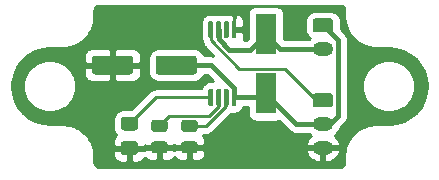
<source format=gtl>
G04 #@! TF.GenerationSoftware,KiCad,Pcbnew,(5.1.10)-1*
G04 #@! TF.CreationDate,2021-10-26T19:42:31+01:00*
G04 #@! TF.ProjectId,drv120_solenoid_driver,64727631-3230-45f7-936f-6c656e6f6964,rev?*
G04 #@! TF.SameCoordinates,Original*
G04 #@! TF.FileFunction,Copper,L1,Top*
G04 #@! TF.FilePolarity,Positive*
%FSLAX46Y46*%
G04 Gerber Fmt 4.6, Leading zero omitted, Abs format (unit mm)*
G04 Created by KiCad (PCBNEW (5.1.10)-1) date 2021-10-26 19:42:31*
%MOMM*%
%LPD*%
G01*
G04 APERTURE LIST*
G04 #@! TA.AperFunction,ComponentPad*
%ADD10O,1.750000X1.200000*%
G04 #@! TD*
G04 #@! TA.AperFunction,SMDPad,CuDef*
%ADD11R,1.800000X3.500000*%
G04 #@! TD*
G04 #@! TA.AperFunction,Conductor*
%ADD12C,0.250000*%
G04 #@! TD*
G04 #@! TA.AperFunction,Conductor*
%ADD13C,0.400000*%
G04 #@! TD*
G04 #@! TA.AperFunction,Conductor*
%ADD14C,0.254000*%
G04 #@! TD*
G04 #@! TA.AperFunction,Conductor*
%ADD15C,0.100000*%
G04 #@! TD*
G04 APERTURE END LIST*
G04 #@! TA.AperFunction,ComponentPad*
G36*
G01*
X160537999Y-105381500D02*
X161788001Y-105381500D01*
G75*
G02*
X162038000Y-105631499I0J-249999D01*
G01*
X162038000Y-106331501D01*
G75*
G02*
X161788001Y-106581500I-249999J0D01*
G01*
X160537999Y-106581500D01*
G75*
G02*
X160288000Y-106331501I0J249999D01*
G01*
X160288000Y-105631499D01*
G75*
G02*
X160537999Y-105381500I249999J0D01*
G01*
G37*
G04 #@! TD.AperFunction*
D10*
X161163000Y-107981500D03*
G04 #@! TA.AperFunction,ComponentPad*
G36*
G01*
X160537999Y-111731500D02*
X161788001Y-111731500D01*
G75*
G02*
X162038000Y-111981499I0J-249999D01*
G01*
X162038000Y-112681501D01*
G75*
G02*
X161788001Y-112931500I-249999J0D01*
G01*
X160537999Y-112931500D01*
G75*
G02*
X160288000Y-112681501I0J249999D01*
G01*
X160288000Y-111981499D01*
G75*
G02*
X160537999Y-111731500I249999J0D01*
G01*
G37*
G04 #@! TD.AperFunction*
X161163000Y-114331500D03*
X161163000Y-116331500D03*
G04 #@! TA.AperFunction,SMDPad,CuDef*
G36*
G01*
X151779000Y-107095000D02*
X151579000Y-107095000D01*
G75*
G02*
X151479000Y-106995000I0J100000D01*
G01*
X151479000Y-105720000D01*
G75*
G02*
X151579000Y-105620000I100000J0D01*
G01*
X151779000Y-105620000D01*
G75*
G02*
X151879000Y-105720000I0J-100000D01*
G01*
X151879000Y-106995000D01*
G75*
G02*
X151779000Y-107095000I-100000J0D01*
G01*
G37*
G04 #@! TD.AperFunction*
G04 #@! TA.AperFunction,SMDPad,CuDef*
G36*
G01*
X152429000Y-107095000D02*
X152229000Y-107095000D01*
G75*
G02*
X152129000Y-106995000I0J100000D01*
G01*
X152129000Y-105720000D01*
G75*
G02*
X152229000Y-105620000I100000J0D01*
G01*
X152429000Y-105620000D01*
G75*
G02*
X152529000Y-105720000I0J-100000D01*
G01*
X152529000Y-106995000D01*
G75*
G02*
X152429000Y-107095000I-100000J0D01*
G01*
G37*
G04 #@! TD.AperFunction*
G04 #@! TA.AperFunction,SMDPad,CuDef*
G36*
G01*
X153079000Y-107095000D02*
X152879000Y-107095000D01*
G75*
G02*
X152779000Y-106995000I0J100000D01*
G01*
X152779000Y-105720000D01*
G75*
G02*
X152879000Y-105620000I100000J0D01*
G01*
X153079000Y-105620000D01*
G75*
G02*
X153179000Y-105720000I0J-100000D01*
G01*
X153179000Y-106995000D01*
G75*
G02*
X153079000Y-107095000I-100000J0D01*
G01*
G37*
G04 #@! TD.AperFunction*
G04 #@! TA.AperFunction,SMDPad,CuDef*
G36*
G01*
X153729000Y-107095000D02*
X153529000Y-107095000D01*
G75*
G02*
X153429000Y-106995000I0J100000D01*
G01*
X153429000Y-105720000D01*
G75*
G02*
X153529000Y-105620000I100000J0D01*
G01*
X153729000Y-105620000D01*
G75*
G02*
X153829000Y-105720000I0J-100000D01*
G01*
X153829000Y-106995000D01*
G75*
G02*
X153729000Y-107095000I-100000J0D01*
G01*
G37*
G04 #@! TD.AperFunction*
G04 #@! TA.AperFunction,SMDPad,CuDef*
G36*
G01*
X153729000Y-112820000D02*
X153529000Y-112820000D01*
G75*
G02*
X153429000Y-112720000I0J100000D01*
G01*
X153429000Y-111445000D01*
G75*
G02*
X153529000Y-111345000I100000J0D01*
G01*
X153729000Y-111345000D01*
G75*
G02*
X153829000Y-111445000I0J-100000D01*
G01*
X153829000Y-112720000D01*
G75*
G02*
X153729000Y-112820000I-100000J0D01*
G01*
G37*
G04 #@! TD.AperFunction*
G04 #@! TA.AperFunction,SMDPad,CuDef*
G36*
G01*
X153079000Y-112820000D02*
X152879000Y-112820000D01*
G75*
G02*
X152779000Y-112720000I0J100000D01*
G01*
X152779000Y-111445000D01*
G75*
G02*
X152879000Y-111345000I100000J0D01*
G01*
X153079000Y-111345000D01*
G75*
G02*
X153179000Y-111445000I0J-100000D01*
G01*
X153179000Y-112720000D01*
G75*
G02*
X153079000Y-112820000I-100000J0D01*
G01*
G37*
G04 #@! TD.AperFunction*
G04 #@! TA.AperFunction,SMDPad,CuDef*
G36*
G01*
X152429000Y-112820000D02*
X152229000Y-112820000D01*
G75*
G02*
X152129000Y-112720000I0J100000D01*
G01*
X152129000Y-111445000D01*
G75*
G02*
X152229000Y-111345000I100000J0D01*
G01*
X152429000Y-111345000D01*
G75*
G02*
X152529000Y-111445000I0J-100000D01*
G01*
X152529000Y-112720000D01*
G75*
G02*
X152429000Y-112820000I-100000J0D01*
G01*
G37*
G04 #@! TD.AperFunction*
G04 #@! TA.AperFunction,SMDPad,CuDef*
G36*
G01*
X151779000Y-112820000D02*
X151579000Y-112820000D01*
G75*
G02*
X151479000Y-112720000I0J100000D01*
G01*
X151479000Y-111445000D01*
G75*
G02*
X151579000Y-111345000I100000J0D01*
G01*
X151779000Y-111345000D01*
G75*
G02*
X151879000Y-111445000I0J-100000D01*
G01*
X151879000Y-112720000D01*
G75*
G02*
X151779000Y-112820000I-100000J0D01*
G01*
G37*
G04 #@! TD.AperFunction*
D11*
X156337000Y-111743500D03*
X156337000Y-106743500D03*
G04 #@! TA.AperFunction,SMDPad,CuDef*
G36*
G01*
X150500000Y-108797000D02*
X150500000Y-109897000D01*
G75*
G02*
X150250000Y-110147000I-250000J0D01*
G01*
X147250000Y-110147000D01*
G75*
G02*
X147000000Y-109897000I0J250000D01*
G01*
X147000000Y-108797000D01*
G75*
G02*
X147250000Y-108547000I250000J0D01*
G01*
X150250000Y-108547000D01*
G75*
G02*
X150500000Y-108797000I0J-250000D01*
G01*
G37*
G04 #@! TD.AperFunction*
G04 #@! TA.AperFunction,SMDPad,CuDef*
G36*
G01*
X145100000Y-108797000D02*
X145100000Y-109897000D01*
G75*
G02*
X144850000Y-110147000I-250000J0D01*
G01*
X141850000Y-110147000D01*
G75*
G02*
X141600000Y-109897000I0J250000D01*
G01*
X141600000Y-108797000D01*
G75*
G02*
X141850000Y-108547000I250000J0D01*
G01*
X144850000Y-108547000D01*
G75*
G02*
X145100000Y-108797000I0J-250000D01*
G01*
G37*
G04 #@! TD.AperFunction*
G04 #@! TA.AperFunction,SMDPad,CuDef*
G36*
G01*
X146869998Y-113978000D02*
X147770002Y-113978000D01*
G75*
G02*
X148020000Y-114227998I0J-249998D01*
G01*
X148020000Y-114753002D01*
G75*
G02*
X147770002Y-115003000I-249998J0D01*
G01*
X146869998Y-115003000D01*
G75*
G02*
X146620000Y-114753002I0J249998D01*
G01*
X146620000Y-114227998D01*
G75*
G02*
X146869998Y-113978000I249998J0D01*
G01*
G37*
G04 #@! TD.AperFunction*
G04 #@! TA.AperFunction,SMDPad,CuDef*
G36*
G01*
X146869998Y-115803000D02*
X147770002Y-115803000D01*
G75*
G02*
X148020000Y-116052998I0J-249998D01*
G01*
X148020000Y-116578002D01*
G75*
G02*
X147770002Y-116828000I-249998J0D01*
G01*
X146869998Y-116828000D01*
G75*
G02*
X146620000Y-116578002I0J249998D01*
G01*
X146620000Y-116052998D01*
G75*
G02*
X146869998Y-115803000I249998J0D01*
G01*
G37*
G04 #@! TD.AperFunction*
G04 #@! TA.AperFunction,SMDPad,CuDef*
G36*
G01*
X149409998Y-115803000D02*
X150310002Y-115803000D01*
G75*
G02*
X150560000Y-116052998I0J-249998D01*
G01*
X150560000Y-116578002D01*
G75*
G02*
X150310002Y-116828000I-249998J0D01*
G01*
X149409998Y-116828000D01*
G75*
G02*
X149160000Y-116578002I0J249998D01*
G01*
X149160000Y-116052998D01*
G75*
G02*
X149409998Y-115803000I249998J0D01*
G01*
G37*
G04 #@! TD.AperFunction*
G04 #@! TA.AperFunction,SMDPad,CuDef*
G36*
G01*
X149409998Y-113978000D02*
X150310002Y-113978000D01*
G75*
G02*
X150560000Y-114227998I0J-249998D01*
G01*
X150560000Y-114753002D01*
G75*
G02*
X150310002Y-115003000I-249998J0D01*
G01*
X149409998Y-115003000D01*
G75*
G02*
X149160000Y-114753002I0J249998D01*
G01*
X149160000Y-114227998D01*
G75*
G02*
X149409998Y-113978000I249998J0D01*
G01*
G37*
G04 #@! TD.AperFunction*
G04 #@! TA.AperFunction,SMDPad,CuDef*
G36*
G01*
X144305000Y-113712500D02*
X145255000Y-113712500D01*
G75*
G02*
X145505000Y-113962500I0J-250000D01*
G01*
X145505000Y-114637500D01*
G75*
G02*
X145255000Y-114887500I-250000J0D01*
G01*
X144305000Y-114887500D01*
G75*
G02*
X144055000Y-114637500I0J250000D01*
G01*
X144055000Y-113962500D01*
G75*
G02*
X144305000Y-113712500I250000J0D01*
G01*
G37*
G04 #@! TD.AperFunction*
G04 #@! TA.AperFunction,SMDPad,CuDef*
G36*
G01*
X144305000Y-115787500D02*
X145255000Y-115787500D01*
G75*
G02*
X145505000Y-116037500I0J-250000D01*
G01*
X145505000Y-116712500D01*
G75*
G02*
X145255000Y-116962500I-250000J0D01*
G01*
X144305000Y-116962500D01*
G75*
G02*
X144055000Y-116712500I0J250000D01*
G01*
X144055000Y-116037500D01*
G75*
G02*
X144305000Y-115787500I250000J0D01*
G01*
G37*
G04 #@! TD.AperFunction*
D12*
X146997500Y-112082500D02*
X144780000Y-114300000D01*
X146997500Y-112082500D02*
X151679000Y-112082500D01*
X150003500Y-116459000D02*
X149860000Y-116315500D01*
X149876000Y-116331500D02*
X149860000Y-116315500D01*
X161163000Y-116331500D02*
X149876000Y-116331500D01*
X149860000Y-116315500D02*
X147320000Y-116315500D01*
X144839500Y-116315500D02*
X144780000Y-116375000D01*
X147320000Y-116315500D02*
X144839500Y-116315500D01*
X153629000Y-106357500D02*
X153629000Y-104797500D01*
X153629000Y-104797500D02*
X153606500Y-104775000D01*
X153606500Y-104775000D02*
X145224500Y-104775000D01*
X143350000Y-106649500D02*
X143350000Y-109347000D01*
X145224500Y-104775000D02*
X143350000Y-106649500D01*
X143350000Y-116194500D02*
X143530500Y-116375000D01*
X143350000Y-109347000D02*
X143350000Y-116194500D01*
X144780000Y-116375000D02*
X143530500Y-116375000D01*
D13*
X153629000Y-111287876D02*
X153629000Y-112082500D01*
X151688124Y-109347000D02*
X153629000Y-111287876D01*
X148750000Y-109347000D02*
X151688124Y-109347000D01*
X155998000Y-112082500D02*
X156337000Y-111743500D01*
X153629000Y-112082500D02*
X155998000Y-112082500D01*
X156337000Y-111743500D02*
X156337000Y-111760000D01*
X158908500Y-114331500D02*
X161163000Y-114331500D01*
X156337000Y-111760000D02*
X158908500Y-114331500D01*
X161163000Y-114331500D02*
X161766500Y-114331500D01*
X162438010Y-107256510D02*
X161163000Y-105981500D01*
X162438010Y-113659990D02*
X162438010Y-107256510D01*
X161766500Y-114331500D02*
X162438010Y-113659990D01*
D12*
X157067000Y-106013500D02*
X156337000Y-106743500D01*
D13*
X157575000Y-107981500D02*
X156337000Y-106743500D01*
X161163000Y-107981500D02*
X157575000Y-107981500D01*
X152329000Y-107152124D02*
X153253876Y-108077000D01*
X152329000Y-106357500D02*
X152329000Y-107152124D01*
X155003500Y-108077000D02*
X156337000Y-106743500D01*
X153253876Y-108077000D02*
X155003500Y-108077000D01*
D12*
X154102899Y-109668499D02*
X157928499Y-109668499D01*
X151679000Y-107244600D02*
X154102899Y-109668499D01*
X151679000Y-106357500D02*
X151679000Y-107244600D01*
X160591500Y-112331500D02*
X161163000Y-112331500D01*
X157928499Y-109668499D02*
X160591500Y-112331500D01*
X148157510Y-113652990D02*
X147320000Y-114490500D01*
X150482990Y-113652990D02*
X148157510Y-113652990D01*
X152329000Y-112820000D02*
X151496010Y-113652990D01*
X151496010Y-113652990D02*
X150482990Y-113652990D01*
X152329000Y-112082500D02*
X152329000Y-112820000D01*
X152979000Y-112820000D02*
X152979000Y-112082500D01*
X151308500Y-114490500D02*
X152979000Y-112820000D01*
X149860000Y-114490500D02*
X151308500Y-114490500D01*
D14*
X162712496Y-104314101D02*
X162773676Y-104332572D01*
X162830105Y-104362575D01*
X162879618Y-104402958D01*
X162920356Y-104452201D01*
X162950751Y-104508416D01*
X162969647Y-104569461D01*
X162979500Y-104663199D01*
X162979500Y-105251919D01*
X162982354Y-105280897D01*
X162982266Y-105293503D01*
X162983165Y-105302674D01*
X163024618Y-105697077D01*
X163036648Y-105755683D01*
X163047855Y-105814435D01*
X163050519Y-105823257D01*
X163167790Y-106202099D01*
X163190974Y-106257250D01*
X163213380Y-106312708D01*
X163217706Y-106320845D01*
X163406328Y-106669693D01*
X163439783Y-106719292D01*
X163472532Y-106769338D01*
X163478355Y-106776477D01*
X163478358Y-106776481D01*
X163478362Y-106776485D01*
X163731144Y-107082047D01*
X163773561Y-107124169D01*
X163815443Y-107166938D01*
X163822544Y-107172811D01*
X164129869Y-107423460D01*
X164179678Y-107456552D01*
X164229050Y-107490359D01*
X164237156Y-107494741D01*
X164587313Y-107680923D01*
X164642605Y-107703712D01*
X164697601Y-107727284D01*
X164706405Y-107730009D01*
X165086056Y-107844632D01*
X165144750Y-107856254D01*
X165203247Y-107868688D01*
X165212411Y-107869651D01*
X165607096Y-107908350D01*
X165607098Y-107908350D01*
X165639081Y-107911500D01*
X166718721Y-107911500D01*
X167374556Y-107975805D01*
X167974365Y-108156898D01*
X168527569Y-108451042D01*
X169013112Y-108847041D01*
X169412489Y-109329805D01*
X169710489Y-109880944D01*
X169895766Y-110479476D01*
X169961257Y-111102584D01*
X169904471Y-111726559D01*
X169727571Y-112327614D01*
X169437295Y-112882860D01*
X169044695Y-113371155D01*
X168564734Y-113773891D01*
X168015686Y-114075732D01*
X167418466Y-114265182D01*
X166765885Y-114338380D01*
X166748676Y-114338500D01*
X165639081Y-114338500D01*
X165610103Y-114341354D01*
X165597497Y-114341266D01*
X165588326Y-114342166D01*
X165193922Y-114383618D01*
X165135329Y-114395645D01*
X165076565Y-114406855D01*
X165067743Y-114409519D01*
X164688901Y-114526790D01*
X164633750Y-114549974D01*
X164578292Y-114572380D01*
X164570155Y-114576706D01*
X164221307Y-114765328D01*
X164171708Y-114798783D01*
X164121662Y-114831532D01*
X164114521Y-114837356D01*
X163808953Y-115090144D01*
X163766815Y-115132577D01*
X163724062Y-115174443D01*
X163718194Y-115181538D01*
X163718189Y-115181543D01*
X163718185Y-115181548D01*
X163467541Y-115488869D01*
X163434459Y-115538662D01*
X163400641Y-115588051D01*
X163396259Y-115596157D01*
X163210077Y-115946313D01*
X163187276Y-116001633D01*
X163163716Y-116056601D01*
X163160991Y-116065405D01*
X163046368Y-116445056D01*
X163034749Y-116503736D01*
X163022312Y-116562246D01*
X163021349Y-116571411D01*
X162982650Y-116966095D01*
X162979500Y-116998081D01*
X162979500Y-117582421D01*
X162970099Y-117678299D01*
X162951627Y-117739478D01*
X162921627Y-117795901D01*
X162881241Y-117845419D01*
X162831998Y-117886157D01*
X162775784Y-117916551D01*
X162714740Y-117935447D01*
X162621001Y-117945300D01*
X142183379Y-117945300D01*
X142087501Y-117935899D01*
X142026322Y-117917427D01*
X141969899Y-117887427D01*
X141920381Y-117847041D01*
X141879643Y-117797798D01*
X141849249Y-117741584D01*
X141830353Y-117680540D01*
X141820500Y-117586801D01*
X141820500Y-116998081D01*
X141817646Y-116969103D01*
X141817692Y-116962500D01*
X143416928Y-116962500D01*
X143429188Y-117086982D01*
X143465498Y-117206680D01*
X143524463Y-117316994D01*
X143603815Y-117413685D01*
X143700506Y-117493037D01*
X143810820Y-117552002D01*
X143930518Y-117588312D01*
X144055000Y-117600572D01*
X144494250Y-117597500D01*
X144653000Y-117438750D01*
X144653000Y-116502000D01*
X144907000Y-116502000D01*
X144907000Y-117438750D01*
X145065750Y-117597500D01*
X145505000Y-117600572D01*
X145629482Y-117588312D01*
X145749180Y-117552002D01*
X145859494Y-117493037D01*
X145956185Y-117413685D01*
X146035537Y-117316994D01*
X146094502Y-117206680D01*
X146098499Y-117193504D01*
X146168815Y-117279185D01*
X146265506Y-117358537D01*
X146375820Y-117417502D01*
X146495518Y-117453812D01*
X146620000Y-117466072D01*
X147034250Y-117463000D01*
X147193000Y-117304250D01*
X147193000Y-116442500D01*
X147447000Y-116442500D01*
X147447000Y-117304250D01*
X147605750Y-117463000D01*
X148020000Y-117466072D01*
X148144482Y-117453812D01*
X148264180Y-117417502D01*
X148374494Y-117358537D01*
X148471185Y-117279185D01*
X148550537Y-117182494D01*
X148590000Y-117108665D01*
X148629463Y-117182494D01*
X148708815Y-117279185D01*
X148805506Y-117358537D01*
X148915820Y-117417502D01*
X149035518Y-117453812D01*
X149160000Y-117466072D01*
X149574250Y-117463000D01*
X149733000Y-117304250D01*
X149733000Y-116442500D01*
X149987000Y-116442500D01*
X149987000Y-117304250D01*
X150145750Y-117463000D01*
X150560000Y-117466072D01*
X150684482Y-117453812D01*
X150804180Y-117417502D01*
X150914494Y-117358537D01*
X151011185Y-117279185D01*
X151090537Y-117182494D01*
X151149502Y-117072180D01*
X151185812Y-116952482D01*
X151198072Y-116828000D01*
X151195649Y-116649109D01*
X159694538Y-116649109D01*
X159698409Y-116686782D01*
X159790579Y-116912033D01*
X159924922Y-117114974D01*
X160096275Y-117287807D01*
X160298054Y-117423890D01*
X160522504Y-117517993D01*
X160761000Y-117566500D01*
X161036000Y-117566500D01*
X161036000Y-116458500D01*
X161290000Y-116458500D01*
X161290000Y-117566500D01*
X161565000Y-117566500D01*
X161803496Y-117517993D01*
X162027946Y-117423890D01*
X162229725Y-117287807D01*
X162401078Y-117114974D01*
X162535421Y-116912033D01*
X162627591Y-116686782D01*
X162631462Y-116649109D01*
X162506731Y-116458500D01*
X161290000Y-116458500D01*
X161036000Y-116458500D01*
X159819269Y-116458500D01*
X159694538Y-116649109D01*
X151195649Y-116649109D01*
X151195000Y-116601250D01*
X151036250Y-116442500D01*
X149987000Y-116442500D01*
X149733000Y-116442500D01*
X148683750Y-116442500D01*
X148590000Y-116536250D01*
X148496250Y-116442500D01*
X147447000Y-116442500D01*
X147193000Y-116442500D01*
X146143750Y-116442500D01*
X146032750Y-116553500D01*
X145981250Y-116502000D01*
X144907000Y-116502000D01*
X144653000Y-116502000D01*
X143578750Y-116502000D01*
X143420000Y-116660750D01*
X143416928Y-116962500D01*
X141817692Y-116962500D01*
X141817734Y-116956497D01*
X141816834Y-116947326D01*
X141775382Y-116552922D01*
X141763355Y-116494329D01*
X141752145Y-116435565D01*
X141749481Y-116426743D01*
X141632210Y-116047901D01*
X141609026Y-115992750D01*
X141586620Y-115937292D01*
X141582294Y-115929155D01*
X141393672Y-115580307D01*
X141360217Y-115530708D01*
X141327468Y-115480662D01*
X141321644Y-115473521D01*
X141068856Y-115167953D01*
X141026423Y-115125815D01*
X140984557Y-115083062D01*
X140977462Y-115077194D01*
X140977457Y-115077189D01*
X140977452Y-115077185D01*
X140670131Y-114826541D01*
X140620338Y-114793459D01*
X140570949Y-114759641D01*
X140562843Y-114755259D01*
X140212687Y-114569077D01*
X140157367Y-114546276D01*
X140102399Y-114522716D01*
X140093599Y-114519992D01*
X140093593Y-114519990D01*
X139713944Y-114405368D01*
X139655264Y-114393749D01*
X139596754Y-114381312D01*
X139587589Y-114380349D01*
X139192905Y-114341650D01*
X139192902Y-114341650D01*
X139160919Y-114338500D01*
X138081279Y-114338500D01*
X137425443Y-114274195D01*
X136825636Y-114093102D01*
X136580010Y-113962500D01*
X143416928Y-113962500D01*
X143416928Y-114637500D01*
X143433992Y-114810754D01*
X143484528Y-114977350D01*
X143566595Y-115130886D01*
X143677038Y-115265462D01*
X143683594Y-115270842D01*
X143603815Y-115336315D01*
X143524463Y-115433006D01*
X143465498Y-115543320D01*
X143429188Y-115663018D01*
X143416928Y-115787500D01*
X143420000Y-116089250D01*
X143578750Y-116248000D01*
X144653000Y-116248000D01*
X144653000Y-116228000D01*
X144907000Y-116228000D01*
X144907000Y-116248000D01*
X145981250Y-116248000D01*
X146092250Y-116137000D01*
X146143750Y-116188500D01*
X147193000Y-116188500D01*
X147193000Y-116168500D01*
X147447000Y-116168500D01*
X147447000Y-116188500D01*
X148496250Y-116188500D01*
X148590000Y-116094750D01*
X148683750Y-116188500D01*
X149733000Y-116188500D01*
X149733000Y-116168500D01*
X149987000Y-116168500D01*
X149987000Y-116188500D01*
X151036250Y-116188500D01*
X151195000Y-116029750D01*
X151198072Y-115803000D01*
X151185812Y-115678518D01*
X151149502Y-115558820D01*
X151090537Y-115448506D01*
X151011185Y-115351815D01*
X150981724Y-115327637D01*
X151045030Y-115250500D01*
X151271178Y-115250500D01*
X151308500Y-115254176D01*
X151345822Y-115250500D01*
X151345833Y-115250500D01*
X151457486Y-115239503D01*
X151600747Y-115196046D01*
X151732776Y-115125474D01*
X151848501Y-115030501D01*
X151872304Y-115001497D01*
X153425886Y-113447916D01*
X153529000Y-113458072D01*
X153729000Y-113458072D01*
X153872991Y-113443890D01*
X154011448Y-113401890D01*
X154139051Y-113333684D01*
X154250896Y-113241896D01*
X154342684Y-113130051D01*
X154410890Y-113002448D01*
X154436658Y-112917500D01*
X154798928Y-112917500D01*
X154798928Y-113493500D01*
X154811188Y-113617982D01*
X154847498Y-113737680D01*
X154906463Y-113847994D01*
X154985815Y-113944685D01*
X155082506Y-114024037D01*
X155192820Y-114083002D01*
X155312518Y-114119312D01*
X155437000Y-114131572D01*
X157237000Y-114131572D01*
X157361482Y-114119312D01*
X157479610Y-114083478D01*
X158289059Y-114892927D01*
X158315209Y-114924791D01*
X158428924Y-115018114D01*
X158442354Y-115029136D01*
X158587413Y-115106672D01*
X158744811Y-115154418D01*
X158908499Y-115170540D01*
X158949518Y-115166500D01*
X159975618Y-115166500D01*
X160010498Y-115209002D01*
X160160348Y-115331981D01*
X160096275Y-115375193D01*
X159924922Y-115548026D01*
X159790579Y-115750967D01*
X159698409Y-115976218D01*
X159694538Y-116013891D01*
X159819269Y-116204500D01*
X161036000Y-116204500D01*
X161036000Y-116184500D01*
X161290000Y-116184500D01*
X161290000Y-116204500D01*
X162506731Y-116204500D01*
X162631462Y-116013891D01*
X162627591Y-115976218D01*
X162535421Y-115750967D01*
X162401078Y-115548026D01*
X162229725Y-115375193D01*
X162165652Y-115331981D01*
X162315502Y-115209002D01*
X162469833Y-115020949D01*
X162584511Y-114806401D01*
X162633299Y-114645569D01*
X162999443Y-114279426D01*
X163031301Y-114253281D01*
X163076461Y-114198254D01*
X163101444Y-114167811D01*
X163135646Y-114126136D01*
X163213182Y-113981077D01*
X163260928Y-113823679D01*
X163273010Y-113701009D01*
X163273010Y-113701008D01*
X163277050Y-113659990D01*
X163273010Y-113618972D01*
X163273010Y-110904872D01*
X164516000Y-110904872D01*
X164516000Y-111345128D01*
X164601890Y-111776925D01*
X164770369Y-112183669D01*
X165014962Y-112549729D01*
X165326271Y-112861038D01*
X165692331Y-113105631D01*
X166099075Y-113274110D01*
X166530872Y-113360000D01*
X166971128Y-113360000D01*
X167402925Y-113274110D01*
X167809669Y-113105631D01*
X168175729Y-112861038D01*
X168487038Y-112549729D01*
X168731631Y-112183669D01*
X168900110Y-111776925D01*
X168986000Y-111345128D01*
X168986000Y-110904872D01*
X168900110Y-110473075D01*
X168731631Y-110066331D01*
X168487038Y-109700271D01*
X168175729Y-109388962D01*
X167809669Y-109144369D01*
X167402925Y-108975890D01*
X166971128Y-108890000D01*
X166530872Y-108890000D01*
X166099075Y-108975890D01*
X165692331Y-109144369D01*
X165326271Y-109388962D01*
X165014962Y-109700271D01*
X164770369Y-110066331D01*
X164601890Y-110473075D01*
X164516000Y-110904872D01*
X163273010Y-110904872D01*
X163273010Y-107297517D01*
X163277049Y-107256509D01*
X163273010Y-107215501D01*
X163273010Y-107215491D01*
X163260928Y-107092821D01*
X163213182Y-106935423D01*
X163135646Y-106790364D01*
X163031301Y-106663219D01*
X162999436Y-106637068D01*
X162676072Y-106313704D01*
X162676072Y-105631499D01*
X162659008Y-105458245D01*
X162608472Y-105291649D01*
X162526405Y-105138113D01*
X162415962Y-105003538D01*
X162281387Y-104893095D01*
X162127851Y-104811028D01*
X161961255Y-104760492D01*
X161788001Y-104743428D01*
X160537999Y-104743428D01*
X160364745Y-104760492D01*
X160198149Y-104811028D01*
X160044613Y-104893095D01*
X159910038Y-105003538D01*
X159799595Y-105138113D01*
X159717528Y-105291649D01*
X159666992Y-105458245D01*
X159649928Y-105631499D01*
X159649928Y-106331501D01*
X159666992Y-106504755D01*
X159717528Y-106671351D01*
X159799595Y-106824887D01*
X159910038Y-106959462D01*
X160044613Y-107069905D01*
X160049111Y-107072309D01*
X160010498Y-107103998D01*
X159975618Y-107146500D01*
X157920868Y-107146500D01*
X157875072Y-107100704D01*
X157875072Y-104993500D01*
X157862812Y-104869018D01*
X157826502Y-104749320D01*
X157767537Y-104639006D01*
X157688185Y-104542315D01*
X157591494Y-104462963D01*
X157481180Y-104403998D01*
X157361482Y-104367688D01*
X157237000Y-104355428D01*
X155437000Y-104355428D01*
X155312518Y-104367688D01*
X155192820Y-104403998D01*
X155082506Y-104462963D01*
X154985815Y-104542315D01*
X154906463Y-104639006D01*
X154847498Y-104749320D01*
X154811188Y-104869018D01*
X154798928Y-104993500D01*
X154798928Y-107100704D01*
X154657633Y-107242000D01*
X154447445Y-107242000D01*
X154456614Y-107210052D01*
X154467000Y-107085400D01*
X154464000Y-106643250D01*
X154305250Y-106484500D01*
X153817072Y-106484500D01*
X153817072Y-106230500D01*
X154305250Y-106230500D01*
X154464000Y-106071750D01*
X154467000Y-105629600D01*
X154456614Y-105504948D01*
X154422109Y-105384718D01*
X154364811Y-105273529D01*
X154286922Y-105175654D01*
X154191436Y-105094856D01*
X154082021Y-105034239D01*
X153962883Y-104996132D01*
X153860750Y-104985000D01*
X153702000Y-105143750D01*
X153702000Y-105327378D01*
X153692684Y-105309949D01*
X153600896Y-105198104D01*
X153556000Y-105161259D01*
X153556000Y-105143750D01*
X153397250Y-104985000D01*
X153295117Y-104996132D01*
X153260045Y-105007350D01*
X153222991Y-104996110D01*
X153079000Y-104981928D01*
X152879000Y-104981928D01*
X152735009Y-104996110D01*
X152654000Y-105020684D01*
X152572991Y-104996110D01*
X152429000Y-104981928D01*
X152229000Y-104981928D01*
X152085009Y-104996110D01*
X152004000Y-105020684D01*
X151922991Y-104996110D01*
X151779000Y-104981928D01*
X151579000Y-104981928D01*
X151435009Y-104996110D01*
X151296552Y-105038110D01*
X151168949Y-105106316D01*
X151057104Y-105198104D01*
X150965316Y-105309949D01*
X150897110Y-105437552D01*
X150855110Y-105576009D01*
X150840928Y-105720000D01*
X150840928Y-106995000D01*
X150855110Y-107138991D01*
X150897110Y-107277448D01*
X150923404Y-107326639D01*
X150929998Y-107393586D01*
X150935779Y-107412643D01*
X150973454Y-107536846D01*
X151044026Y-107668876D01*
X151109874Y-107749111D01*
X151139000Y-107784601D01*
X151167998Y-107808399D01*
X151897557Y-108537958D01*
X151851813Y-108524082D01*
X151729143Y-108512000D01*
X151729142Y-108512000D01*
X151688124Y-108507960D01*
X151647106Y-108512000D01*
X151087110Y-108512000D01*
X151070472Y-108457150D01*
X150988405Y-108303614D01*
X150877962Y-108169038D01*
X150743386Y-108058595D01*
X150589850Y-107976528D01*
X150423254Y-107925992D01*
X150250000Y-107908928D01*
X147250000Y-107908928D01*
X147076746Y-107925992D01*
X146910150Y-107976528D01*
X146756614Y-108058595D01*
X146622038Y-108169038D01*
X146511595Y-108303614D01*
X146429528Y-108457150D01*
X146378992Y-108623746D01*
X146361928Y-108797000D01*
X146361928Y-109897000D01*
X146378992Y-110070254D01*
X146429528Y-110236850D01*
X146511595Y-110390386D01*
X146622038Y-110524962D01*
X146756614Y-110635405D01*
X146910150Y-110717472D01*
X147076746Y-110768008D01*
X147250000Y-110785072D01*
X150250000Y-110785072D01*
X150423254Y-110768008D01*
X150589850Y-110717472D01*
X150743386Y-110635405D01*
X150877962Y-110524962D01*
X150988405Y-110390386D01*
X151070472Y-110236850D01*
X151087110Y-110182000D01*
X151342257Y-110182000D01*
X151876819Y-110716562D01*
X151779000Y-110706928D01*
X151579000Y-110706928D01*
X151435009Y-110721110D01*
X151296552Y-110763110D01*
X151168949Y-110831316D01*
X151057104Y-110923104D01*
X150965316Y-111034949D01*
X150897110Y-111162552D01*
X150855110Y-111301009D01*
X150852993Y-111322500D01*
X147034833Y-111322500D01*
X146997500Y-111318823D01*
X146960167Y-111322500D01*
X146848514Y-111333497D01*
X146705253Y-111376954D01*
X146573224Y-111447526D01*
X146457499Y-111542499D01*
X146433701Y-111571497D01*
X144930771Y-113074428D01*
X144305000Y-113074428D01*
X144131746Y-113091492D01*
X143965150Y-113142028D01*
X143811614Y-113224095D01*
X143677038Y-113334538D01*
X143566595Y-113469114D01*
X143484528Y-113622650D01*
X143433992Y-113789246D01*
X143416928Y-113962500D01*
X136580010Y-113962500D01*
X136272429Y-113798956D01*
X135786888Y-113402959D01*
X135387511Y-112920195D01*
X135089512Y-112369057D01*
X134904234Y-111770524D01*
X134838743Y-111147416D01*
X134860816Y-110904872D01*
X135814000Y-110904872D01*
X135814000Y-111345128D01*
X135899890Y-111776925D01*
X136068369Y-112183669D01*
X136312962Y-112549729D01*
X136624271Y-112861038D01*
X136990331Y-113105631D01*
X137397075Y-113274110D01*
X137828872Y-113360000D01*
X138269128Y-113360000D01*
X138700925Y-113274110D01*
X139107669Y-113105631D01*
X139473729Y-112861038D01*
X139785038Y-112549729D01*
X140029631Y-112183669D01*
X140198110Y-111776925D01*
X140284000Y-111345128D01*
X140284000Y-110904872D01*
X140198110Y-110473075D01*
X140063046Y-110147000D01*
X140961928Y-110147000D01*
X140974188Y-110271482D01*
X141010498Y-110391180D01*
X141069463Y-110501494D01*
X141148815Y-110598185D01*
X141245506Y-110677537D01*
X141355820Y-110736502D01*
X141475518Y-110772812D01*
X141600000Y-110785072D01*
X143064250Y-110782000D01*
X143223000Y-110623250D01*
X143223000Y-109474000D01*
X143477000Y-109474000D01*
X143477000Y-110623250D01*
X143635750Y-110782000D01*
X145100000Y-110785072D01*
X145224482Y-110772812D01*
X145344180Y-110736502D01*
X145454494Y-110677537D01*
X145551185Y-110598185D01*
X145630537Y-110501494D01*
X145689502Y-110391180D01*
X145725812Y-110271482D01*
X145738072Y-110147000D01*
X145735000Y-109632750D01*
X145576250Y-109474000D01*
X143477000Y-109474000D01*
X143223000Y-109474000D01*
X141123750Y-109474000D01*
X140965000Y-109632750D01*
X140961928Y-110147000D01*
X140063046Y-110147000D01*
X140029631Y-110066331D01*
X139785038Y-109700271D01*
X139473729Y-109388962D01*
X139107669Y-109144369D01*
X138700925Y-108975890D01*
X138269128Y-108890000D01*
X137828872Y-108890000D01*
X137397075Y-108975890D01*
X136990331Y-109144369D01*
X136624271Y-109388962D01*
X136312962Y-109700271D01*
X136068369Y-110066331D01*
X135899890Y-110473075D01*
X135814000Y-110904872D01*
X134860816Y-110904872D01*
X134895529Y-110523439D01*
X135072428Y-109922388D01*
X135362705Y-109367140D01*
X135755305Y-108878845D01*
X136150783Y-108547000D01*
X140961928Y-108547000D01*
X140965000Y-109061250D01*
X141123750Y-109220000D01*
X143223000Y-109220000D01*
X143223000Y-108070750D01*
X143477000Y-108070750D01*
X143477000Y-109220000D01*
X145576250Y-109220000D01*
X145735000Y-109061250D01*
X145738072Y-108547000D01*
X145725812Y-108422518D01*
X145689502Y-108302820D01*
X145630537Y-108192506D01*
X145551185Y-108095815D01*
X145454494Y-108016463D01*
X145344180Y-107957498D01*
X145224482Y-107921188D01*
X145100000Y-107908928D01*
X143635750Y-107912000D01*
X143477000Y-108070750D01*
X143223000Y-108070750D01*
X143064250Y-107912000D01*
X141600000Y-107908928D01*
X141475518Y-107921188D01*
X141355820Y-107957498D01*
X141245506Y-108016463D01*
X141148815Y-108095815D01*
X141069463Y-108192506D01*
X141010498Y-108302820D01*
X140974188Y-108422518D01*
X140961928Y-108547000D01*
X136150783Y-108547000D01*
X136235269Y-108476108D01*
X136784312Y-108174268D01*
X137381534Y-107984818D01*
X138034115Y-107911620D01*
X138051323Y-107911500D01*
X139160919Y-107911500D01*
X139189897Y-107908646D01*
X139202503Y-107908734D01*
X139211674Y-107907835D01*
X139606077Y-107866382D01*
X139664683Y-107854352D01*
X139723435Y-107843145D01*
X139732257Y-107840481D01*
X140111099Y-107723210D01*
X140166250Y-107700026D01*
X140221708Y-107677620D01*
X140229845Y-107673294D01*
X140578693Y-107484672D01*
X140628292Y-107451217D01*
X140678338Y-107418468D01*
X140685477Y-107412645D01*
X140685481Y-107412642D01*
X140685485Y-107412638D01*
X140991047Y-107159856D01*
X141033169Y-107117439D01*
X141075938Y-107075557D01*
X141081811Y-107068456D01*
X141332460Y-106761131D01*
X141365552Y-106711322D01*
X141399359Y-106661950D01*
X141403741Y-106653844D01*
X141589923Y-106303687D01*
X141612712Y-106248395D01*
X141636284Y-106193399D01*
X141639009Y-106184595D01*
X141753632Y-105804944D01*
X141765254Y-105746250D01*
X141777688Y-105687753D01*
X141778651Y-105678589D01*
X141817350Y-105283904D01*
X141817350Y-105283902D01*
X141820500Y-105251919D01*
X141820500Y-104667579D01*
X141829901Y-104571704D01*
X141848372Y-104510524D01*
X141878375Y-104454095D01*
X141918758Y-104404582D01*
X141968001Y-104363844D01*
X142024216Y-104333449D01*
X142085261Y-104314553D01*
X142178999Y-104304700D01*
X162616621Y-104304700D01*
X162712496Y-104314101D01*
G04 #@! TA.AperFunction,Conductor*
D15*
G36*
X162712496Y-104314101D02*
G01*
X162773676Y-104332572D01*
X162830105Y-104362575D01*
X162879618Y-104402958D01*
X162920356Y-104452201D01*
X162950751Y-104508416D01*
X162969647Y-104569461D01*
X162979500Y-104663199D01*
X162979500Y-105251919D01*
X162982354Y-105280897D01*
X162982266Y-105293503D01*
X162983165Y-105302674D01*
X163024618Y-105697077D01*
X163036648Y-105755683D01*
X163047855Y-105814435D01*
X163050519Y-105823257D01*
X163167790Y-106202099D01*
X163190974Y-106257250D01*
X163213380Y-106312708D01*
X163217706Y-106320845D01*
X163406328Y-106669693D01*
X163439783Y-106719292D01*
X163472532Y-106769338D01*
X163478355Y-106776477D01*
X163478358Y-106776481D01*
X163478362Y-106776485D01*
X163731144Y-107082047D01*
X163773561Y-107124169D01*
X163815443Y-107166938D01*
X163822544Y-107172811D01*
X164129869Y-107423460D01*
X164179678Y-107456552D01*
X164229050Y-107490359D01*
X164237156Y-107494741D01*
X164587313Y-107680923D01*
X164642605Y-107703712D01*
X164697601Y-107727284D01*
X164706405Y-107730009D01*
X165086056Y-107844632D01*
X165144750Y-107856254D01*
X165203247Y-107868688D01*
X165212411Y-107869651D01*
X165607096Y-107908350D01*
X165607098Y-107908350D01*
X165639081Y-107911500D01*
X166718721Y-107911500D01*
X167374556Y-107975805D01*
X167974365Y-108156898D01*
X168527569Y-108451042D01*
X169013112Y-108847041D01*
X169412489Y-109329805D01*
X169710489Y-109880944D01*
X169895766Y-110479476D01*
X169961257Y-111102584D01*
X169904471Y-111726559D01*
X169727571Y-112327614D01*
X169437295Y-112882860D01*
X169044695Y-113371155D01*
X168564734Y-113773891D01*
X168015686Y-114075732D01*
X167418466Y-114265182D01*
X166765885Y-114338380D01*
X166748676Y-114338500D01*
X165639081Y-114338500D01*
X165610103Y-114341354D01*
X165597497Y-114341266D01*
X165588326Y-114342166D01*
X165193922Y-114383618D01*
X165135329Y-114395645D01*
X165076565Y-114406855D01*
X165067743Y-114409519D01*
X164688901Y-114526790D01*
X164633750Y-114549974D01*
X164578292Y-114572380D01*
X164570155Y-114576706D01*
X164221307Y-114765328D01*
X164171708Y-114798783D01*
X164121662Y-114831532D01*
X164114521Y-114837356D01*
X163808953Y-115090144D01*
X163766815Y-115132577D01*
X163724062Y-115174443D01*
X163718194Y-115181538D01*
X163718189Y-115181543D01*
X163718185Y-115181548D01*
X163467541Y-115488869D01*
X163434459Y-115538662D01*
X163400641Y-115588051D01*
X163396259Y-115596157D01*
X163210077Y-115946313D01*
X163187276Y-116001633D01*
X163163716Y-116056601D01*
X163160991Y-116065405D01*
X163046368Y-116445056D01*
X163034749Y-116503736D01*
X163022312Y-116562246D01*
X163021349Y-116571411D01*
X162982650Y-116966095D01*
X162979500Y-116998081D01*
X162979500Y-117582421D01*
X162970099Y-117678299D01*
X162951627Y-117739478D01*
X162921627Y-117795901D01*
X162881241Y-117845419D01*
X162831998Y-117886157D01*
X162775784Y-117916551D01*
X162714740Y-117935447D01*
X162621001Y-117945300D01*
X142183379Y-117945300D01*
X142087501Y-117935899D01*
X142026322Y-117917427D01*
X141969899Y-117887427D01*
X141920381Y-117847041D01*
X141879643Y-117797798D01*
X141849249Y-117741584D01*
X141830353Y-117680540D01*
X141820500Y-117586801D01*
X141820500Y-116998081D01*
X141817646Y-116969103D01*
X141817692Y-116962500D01*
X143416928Y-116962500D01*
X143429188Y-117086982D01*
X143465498Y-117206680D01*
X143524463Y-117316994D01*
X143603815Y-117413685D01*
X143700506Y-117493037D01*
X143810820Y-117552002D01*
X143930518Y-117588312D01*
X144055000Y-117600572D01*
X144494250Y-117597500D01*
X144653000Y-117438750D01*
X144653000Y-116502000D01*
X144907000Y-116502000D01*
X144907000Y-117438750D01*
X145065750Y-117597500D01*
X145505000Y-117600572D01*
X145629482Y-117588312D01*
X145749180Y-117552002D01*
X145859494Y-117493037D01*
X145956185Y-117413685D01*
X146035537Y-117316994D01*
X146094502Y-117206680D01*
X146098499Y-117193504D01*
X146168815Y-117279185D01*
X146265506Y-117358537D01*
X146375820Y-117417502D01*
X146495518Y-117453812D01*
X146620000Y-117466072D01*
X147034250Y-117463000D01*
X147193000Y-117304250D01*
X147193000Y-116442500D01*
X147447000Y-116442500D01*
X147447000Y-117304250D01*
X147605750Y-117463000D01*
X148020000Y-117466072D01*
X148144482Y-117453812D01*
X148264180Y-117417502D01*
X148374494Y-117358537D01*
X148471185Y-117279185D01*
X148550537Y-117182494D01*
X148590000Y-117108665D01*
X148629463Y-117182494D01*
X148708815Y-117279185D01*
X148805506Y-117358537D01*
X148915820Y-117417502D01*
X149035518Y-117453812D01*
X149160000Y-117466072D01*
X149574250Y-117463000D01*
X149733000Y-117304250D01*
X149733000Y-116442500D01*
X149987000Y-116442500D01*
X149987000Y-117304250D01*
X150145750Y-117463000D01*
X150560000Y-117466072D01*
X150684482Y-117453812D01*
X150804180Y-117417502D01*
X150914494Y-117358537D01*
X151011185Y-117279185D01*
X151090537Y-117182494D01*
X151149502Y-117072180D01*
X151185812Y-116952482D01*
X151198072Y-116828000D01*
X151195649Y-116649109D01*
X159694538Y-116649109D01*
X159698409Y-116686782D01*
X159790579Y-116912033D01*
X159924922Y-117114974D01*
X160096275Y-117287807D01*
X160298054Y-117423890D01*
X160522504Y-117517993D01*
X160761000Y-117566500D01*
X161036000Y-117566500D01*
X161036000Y-116458500D01*
X161290000Y-116458500D01*
X161290000Y-117566500D01*
X161565000Y-117566500D01*
X161803496Y-117517993D01*
X162027946Y-117423890D01*
X162229725Y-117287807D01*
X162401078Y-117114974D01*
X162535421Y-116912033D01*
X162627591Y-116686782D01*
X162631462Y-116649109D01*
X162506731Y-116458500D01*
X161290000Y-116458500D01*
X161036000Y-116458500D01*
X159819269Y-116458500D01*
X159694538Y-116649109D01*
X151195649Y-116649109D01*
X151195000Y-116601250D01*
X151036250Y-116442500D01*
X149987000Y-116442500D01*
X149733000Y-116442500D01*
X148683750Y-116442500D01*
X148590000Y-116536250D01*
X148496250Y-116442500D01*
X147447000Y-116442500D01*
X147193000Y-116442500D01*
X146143750Y-116442500D01*
X146032750Y-116553500D01*
X145981250Y-116502000D01*
X144907000Y-116502000D01*
X144653000Y-116502000D01*
X143578750Y-116502000D01*
X143420000Y-116660750D01*
X143416928Y-116962500D01*
X141817692Y-116962500D01*
X141817734Y-116956497D01*
X141816834Y-116947326D01*
X141775382Y-116552922D01*
X141763355Y-116494329D01*
X141752145Y-116435565D01*
X141749481Y-116426743D01*
X141632210Y-116047901D01*
X141609026Y-115992750D01*
X141586620Y-115937292D01*
X141582294Y-115929155D01*
X141393672Y-115580307D01*
X141360217Y-115530708D01*
X141327468Y-115480662D01*
X141321644Y-115473521D01*
X141068856Y-115167953D01*
X141026423Y-115125815D01*
X140984557Y-115083062D01*
X140977462Y-115077194D01*
X140977457Y-115077189D01*
X140977452Y-115077185D01*
X140670131Y-114826541D01*
X140620338Y-114793459D01*
X140570949Y-114759641D01*
X140562843Y-114755259D01*
X140212687Y-114569077D01*
X140157367Y-114546276D01*
X140102399Y-114522716D01*
X140093599Y-114519992D01*
X140093593Y-114519990D01*
X139713944Y-114405368D01*
X139655264Y-114393749D01*
X139596754Y-114381312D01*
X139587589Y-114380349D01*
X139192905Y-114341650D01*
X139192902Y-114341650D01*
X139160919Y-114338500D01*
X138081279Y-114338500D01*
X137425443Y-114274195D01*
X136825636Y-114093102D01*
X136580010Y-113962500D01*
X143416928Y-113962500D01*
X143416928Y-114637500D01*
X143433992Y-114810754D01*
X143484528Y-114977350D01*
X143566595Y-115130886D01*
X143677038Y-115265462D01*
X143683594Y-115270842D01*
X143603815Y-115336315D01*
X143524463Y-115433006D01*
X143465498Y-115543320D01*
X143429188Y-115663018D01*
X143416928Y-115787500D01*
X143420000Y-116089250D01*
X143578750Y-116248000D01*
X144653000Y-116248000D01*
X144653000Y-116228000D01*
X144907000Y-116228000D01*
X144907000Y-116248000D01*
X145981250Y-116248000D01*
X146092250Y-116137000D01*
X146143750Y-116188500D01*
X147193000Y-116188500D01*
X147193000Y-116168500D01*
X147447000Y-116168500D01*
X147447000Y-116188500D01*
X148496250Y-116188500D01*
X148590000Y-116094750D01*
X148683750Y-116188500D01*
X149733000Y-116188500D01*
X149733000Y-116168500D01*
X149987000Y-116168500D01*
X149987000Y-116188500D01*
X151036250Y-116188500D01*
X151195000Y-116029750D01*
X151198072Y-115803000D01*
X151185812Y-115678518D01*
X151149502Y-115558820D01*
X151090537Y-115448506D01*
X151011185Y-115351815D01*
X150981724Y-115327637D01*
X151045030Y-115250500D01*
X151271178Y-115250500D01*
X151308500Y-115254176D01*
X151345822Y-115250500D01*
X151345833Y-115250500D01*
X151457486Y-115239503D01*
X151600747Y-115196046D01*
X151732776Y-115125474D01*
X151848501Y-115030501D01*
X151872304Y-115001497D01*
X153425886Y-113447916D01*
X153529000Y-113458072D01*
X153729000Y-113458072D01*
X153872991Y-113443890D01*
X154011448Y-113401890D01*
X154139051Y-113333684D01*
X154250896Y-113241896D01*
X154342684Y-113130051D01*
X154410890Y-113002448D01*
X154436658Y-112917500D01*
X154798928Y-112917500D01*
X154798928Y-113493500D01*
X154811188Y-113617982D01*
X154847498Y-113737680D01*
X154906463Y-113847994D01*
X154985815Y-113944685D01*
X155082506Y-114024037D01*
X155192820Y-114083002D01*
X155312518Y-114119312D01*
X155437000Y-114131572D01*
X157237000Y-114131572D01*
X157361482Y-114119312D01*
X157479610Y-114083478D01*
X158289059Y-114892927D01*
X158315209Y-114924791D01*
X158428924Y-115018114D01*
X158442354Y-115029136D01*
X158587413Y-115106672D01*
X158744811Y-115154418D01*
X158908499Y-115170540D01*
X158949518Y-115166500D01*
X159975618Y-115166500D01*
X160010498Y-115209002D01*
X160160348Y-115331981D01*
X160096275Y-115375193D01*
X159924922Y-115548026D01*
X159790579Y-115750967D01*
X159698409Y-115976218D01*
X159694538Y-116013891D01*
X159819269Y-116204500D01*
X161036000Y-116204500D01*
X161036000Y-116184500D01*
X161290000Y-116184500D01*
X161290000Y-116204500D01*
X162506731Y-116204500D01*
X162631462Y-116013891D01*
X162627591Y-115976218D01*
X162535421Y-115750967D01*
X162401078Y-115548026D01*
X162229725Y-115375193D01*
X162165652Y-115331981D01*
X162315502Y-115209002D01*
X162469833Y-115020949D01*
X162584511Y-114806401D01*
X162633299Y-114645569D01*
X162999443Y-114279426D01*
X163031301Y-114253281D01*
X163076461Y-114198254D01*
X163101444Y-114167811D01*
X163135646Y-114126136D01*
X163213182Y-113981077D01*
X163260928Y-113823679D01*
X163273010Y-113701009D01*
X163273010Y-113701008D01*
X163277050Y-113659990D01*
X163273010Y-113618972D01*
X163273010Y-110904872D01*
X164516000Y-110904872D01*
X164516000Y-111345128D01*
X164601890Y-111776925D01*
X164770369Y-112183669D01*
X165014962Y-112549729D01*
X165326271Y-112861038D01*
X165692331Y-113105631D01*
X166099075Y-113274110D01*
X166530872Y-113360000D01*
X166971128Y-113360000D01*
X167402925Y-113274110D01*
X167809669Y-113105631D01*
X168175729Y-112861038D01*
X168487038Y-112549729D01*
X168731631Y-112183669D01*
X168900110Y-111776925D01*
X168986000Y-111345128D01*
X168986000Y-110904872D01*
X168900110Y-110473075D01*
X168731631Y-110066331D01*
X168487038Y-109700271D01*
X168175729Y-109388962D01*
X167809669Y-109144369D01*
X167402925Y-108975890D01*
X166971128Y-108890000D01*
X166530872Y-108890000D01*
X166099075Y-108975890D01*
X165692331Y-109144369D01*
X165326271Y-109388962D01*
X165014962Y-109700271D01*
X164770369Y-110066331D01*
X164601890Y-110473075D01*
X164516000Y-110904872D01*
X163273010Y-110904872D01*
X163273010Y-107297517D01*
X163277049Y-107256509D01*
X163273010Y-107215501D01*
X163273010Y-107215491D01*
X163260928Y-107092821D01*
X163213182Y-106935423D01*
X163135646Y-106790364D01*
X163031301Y-106663219D01*
X162999436Y-106637068D01*
X162676072Y-106313704D01*
X162676072Y-105631499D01*
X162659008Y-105458245D01*
X162608472Y-105291649D01*
X162526405Y-105138113D01*
X162415962Y-105003538D01*
X162281387Y-104893095D01*
X162127851Y-104811028D01*
X161961255Y-104760492D01*
X161788001Y-104743428D01*
X160537999Y-104743428D01*
X160364745Y-104760492D01*
X160198149Y-104811028D01*
X160044613Y-104893095D01*
X159910038Y-105003538D01*
X159799595Y-105138113D01*
X159717528Y-105291649D01*
X159666992Y-105458245D01*
X159649928Y-105631499D01*
X159649928Y-106331501D01*
X159666992Y-106504755D01*
X159717528Y-106671351D01*
X159799595Y-106824887D01*
X159910038Y-106959462D01*
X160044613Y-107069905D01*
X160049111Y-107072309D01*
X160010498Y-107103998D01*
X159975618Y-107146500D01*
X157920868Y-107146500D01*
X157875072Y-107100704D01*
X157875072Y-104993500D01*
X157862812Y-104869018D01*
X157826502Y-104749320D01*
X157767537Y-104639006D01*
X157688185Y-104542315D01*
X157591494Y-104462963D01*
X157481180Y-104403998D01*
X157361482Y-104367688D01*
X157237000Y-104355428D01*
X155437000Y-104355428D01*
X155312518Y-104367688D01*
X155192820Y-104403998D01*
X155082506Y-104462963D01*
X154985815Y-104542315D01*
X154906463Y-104639006D01*
X154847498Y-104749320D01*
X154811188Y-104869018D01*
X154798928Y-104993500D01*
X154798928Y-107100704D01*
X154657633Y-107242000D01*
X154447445Y-107242000D01*
X154456614Y-107210052D01*
X154467000Y-107085400D01*
X154464000Y-106643250D01*
X154305250Y-106484500D01*
X153817072Y-106484500D01*
X153817072Y-106230500D01*
X154305250Y-106230500D01*
X154464000Y-106071750D01*
X154467000Y-105629600D01*
X154456614Y-105504948D01*
X154422109Y-105384718D01*
X154364811Y-105273529D01*
X154286922Y-105175654D01*
X154191436Y-105094856D01*
X154082021Y-105034239D01*
X153962883Y-104996132D01*
X153860750Y-104985000D01*
X153702000Y-105143750D01*
X153702000Y-105327378D01*
X153692684Y-105309949D01*
X153600896Y-105198104D01*
X153556000Y-105161259D01*
X153556000Y-105143750D01*
X153397250Y-104985000D01*
X153295117Y-104996132D01*
X153260045Y-105007350D01*
X153222991Y-104996110D01*
X153079000Y-104981928D01*
X152879000Y-104981928D01*
X152735009Y-104996110D01*
X152654000Y-105020684D01*
X152572991Y-104996110D01*
X152429000Y-104981928D01*
X152229000Y-104981928D01*
X152085009Y-104996110D01*
X152004000Y-105020684D01*
X151922991Y-104996110D01*
X151779000Y-104981928D01*
X151579000Y-104981928D01*
X151435009Y-104996110D01*
X151296552Y-105038110D01*
X151168949Y-105106316D01*
X151057104Y-105198104D01*
X150965316Y-105309949D01*
X150897110Y-105437552D01*
X150855110Y-105576009D01*
X150840928Y-105720000D01*
X150840928Y-106995000D01*
X150855110Y-107138991D01*
X150897110Y-107277448D01*
X150923404Y-107326639D01*
X150929998Y-107393586D01*
X150935779Y-107412643D01*
X150973454Y-107536846D01*
X151044026Y-107668876D01*
X151109874Y-107749111D01*
X151139000Y-107784601D01*
X151167998Y-107808399D01*
X151897557Y-108537958D01*
X151851813Y-108524082D01*
X151729143Y-108512000D01*
X151729142Y-108512000D01*
X151688124Y-108507960D01*
X151647106Y-108512000D01*
X151087110Y-108512000D01*
X151070472Y-108457150D01*
X150988405Y-108303614D01*
X150877962Y-108169038D01*
X150743386Y-108058595D01*
X150589850Y-107976528D01*
X150423254Y-107925992D01*
X150250000Y-107908928D01*
X147250000Y-107908928D01*
X147076746Y-107925992D01*
X146910150Y-107976528D01*
X146756614Y-108058595D01*
X146622038Y-108169038D01*
X146511595Y-108303614D01*
X146429528Y-108457150D01*
X146378992Y-108623746D01*
X146361928Y-108797000D01*
X146361928Y-109897000D01*
X146378992Y-110070254D01*
X146429528Y-110236850D01*
X146511595Y-110390386D01*
X146622038Y-110524962D01*
X146756614Y-110635405D01*
X146910150Y-110717472D01*
X147076746Y-110768008D01*
X147250000Y-110785072D01*
X150250000Y-110785072D01*
X150423254Y-110768008D01*
X150589850Y-110717472D01*
X150743386Y-110635405D01*
X150877962Y-110524962D01*
X150988405Y-110390386D01*
X151070472Y-110236850D01*
X151087110Y-110182000D01*
X151342257Y-110182000D01*
X151876819Y-110716562D01*
X151779000Y-110706928D01*
X151579000Y-110706928D01*
X151435009Y-110721110D01*
X151296552Y-110763110D01*
X151168949Y-110831316D01*
X151057104Y-110923104D01*
X150965316Y-111034949D01*
X150897110Y-111162552D01*
X150855110Y-111301009D01*
X150852993Y-111322500D01*
X147034833Y-111322500D01*
X146997500Y-111318823D01*
X146960167Y-111322500D01*
X146848514Y-111333497D01*
X146705253Y-111376954D01*
X146573224Y-111447526D01*
X146457499Y-111542499D01*
X146433701Y-111571497D01*
X144930771Y-113074428D01*
X144305000Y-113074428D01*
X144131746Y-113091492D01*
X143965150Y-113142028D01*
X143811614Y-113224095D01*
X143677038Y-113334538D01*
X143566595Y-113469114D01*
X143484528Y-113622650D01*
X143433992Y-113789246D01*
X143416928Y-113962500D01*
X136580010Y-113962500D01*
X136272429Y-113798956D01*
X135786888Y-113402959D01*
X135387511Y-112920195D01*
X135089512Y-112369057D01*
X134904234Y-111770524D01*
X134838743Y-111147416D01*
X134860816Y-110904872D01*
X135814000Y-110904872D01*
X135814000Y-111345128D01*
X135899890Y-111776925D01*
X136068369Y-112183669D01*
X136312962Y-112549729D01*
X136624271Y-112861038D01*
X136990331Y-113105631D01*
X137397075Y-113274110D01*
X137828872Y-113360000D01*
X138269128Y-113360000D01*
X138700925Y-113274110D01*
X139107669Y-113105631D01*
X139473729Y-112861038D01*
X139785038Y-112549729D01*
X140029631Y-112183669D01*
X140198110Y-111776925D01*
X140284000Y-111345128D01*
X140284000Y-110904872D01*
X140198110Y-110473075D01*
X140063046Y-110147000D01*
X140961928Y-110147000D01*
X140974188Y-110271482D01*
X141010498Y-110391180D01*
X141069463Y-110501494D01*
X141148815Y-110598185D01*
X141245506Y-110677537D01*
X141355820Y-110736502D01*
X141475518Y-110772812D01*
X141600000Y-110785072D01*
X143064250Y-110782000D01*
X143223000Y-110623250D01*
X143223000Y-109474000D01*
X143477000Y-109474000D01*
X143477000Y-110623250D01*
X143635750Y-110782000D01*
X145100000Y-110785072D01*
X145224482Y-110772812D01*
X145344180Y-110736502D01*
X145454494Y-110677537D01*
X145551185Y-110598185D01*
X145630537Y-110501494D01*
X145689502Y-110391180D01*
X145725812Y-110271482D01*
X145738072Y-110147000D01*
X145735000Y-109632750D01*
X145576250Y-109474000D01*
X143477000Y-109474000D01*
X143223000Y-109474000D01*
X141123750Y-109474000D01*
X140965000Y-109632750D01*
X140961928Y-110147000D01*
X140063046Y-110147000D01*
X140029631Y-110066331D01*
X139785038Y-109700271D01*
X139473729Y-109388962D01*
X139107669Y-109144369D01*
X138700925Y-108975890D01*
X138269128Y-108890000D01*
X137828872Y-108890000D01*
X137397075Y-108975890D01*
X136990331Y-109144369D01*
X136624271Y-109388962D01*
X136312962Y-109700271D01*
X136068369Y-110066331D01*
X135899890Y-110473075D01*
X135814000Y-110904872D01*
X134860816Y-110904872D01*
X134895529Y-110523439D01*
X135072428Y-109922388D01*
X135362705Y-109367140D01*
X135755305Y-108878845D01*
X136150783Y-108547000D01*
X140961928Y-108547000D01*
X140965000Y-109061250D01*
X141123750Y-109220000D01*
X143223000Y-109220000D01*
X143223000Y-108070750D01*
X143477000Y-108070750D01*
X143477000Y-109220000D01*
X145576250Y-109220000D01*
X145735000Y-109061250D01*
X145738072Y-108547000D01*
X145725812Y-108422518D01*
X145689502Y-108302820D01*
X145630537Y-108192506D01*
X145551185Y-108095815D01*
X145454494Y-108016463D01*
X145344180Y-107957498D01*
X145224482Y-107921188D01*
X145100000Y-107908928D01*
X143635750Y-107912000D01*
X143477000Y-108070750D01*
X143223000Y-108070750D01*
X143064250Y-107912000D01*
X141600000Y-107908928D01*
X141475518Y-107921188D01*
X141355820Y-107957498D01*
X141245506Y-108016463D01*
X141148815Y-108095815D01*
X141069463Y-108192506D01*
X141010498Y-108302820D01*
X140974188Y-108422518D01*
X140961928Y-108547000D01*
X136150783Y-108547000D01*
X136235269Y-108476108D01*
X136784312Y-108174268D01*
X137381534Y-107984818D01*
X138034115Y-107911620D01*
X138051323Y-107911500D01*
X139160919Y-107911500D01*
X139189897Y-107908646D01*
X139202503Y-107908734D01*
X139211674Y-107907835D01*
X139606077Y-107866382D01*
X139664683Y-107854352D01*
X139723435Y-107843145D01*
X139732257Y-107840481D01*
X140111099Y-107723210D01*
X140166250Y-107700026D01*
X140221708Y-107677620D01*
X140229845Y-107673294D01*
X140578693Y-107484672D01*
X140628292Y-107451217D01*
X140678338Y-107418468D01*
X140685477Y-107412645D01*
X140685481Y-107412642D01*
X140685485Y-107412638D01*
X140991047Y-107159856D01*
X141033169Y-107117439D01*
X141075938Y-107075557D01*
X141081811Y-107068456D01*
X141332460Y-106761131D01*
X141365552Y-106711322D01*
X141399359Y-106661950D01*
X141403741Y-106653844D01*
X141589923Y-106303687D01*
X141612712Y-106248395D01*
X141636284Y-106193399D01*
X141639009Y-106184595D01*
X141753632Y-105804944D01*
X141765254Y-105746250D01*
X141777688Y-105687753D01*
X141778651Y-105678589D01*
X141817350Y-105283904D01*
X141817350Y-105283902D01*
X141820500Y-105251919D01*
X141820500Y-104667579D01*
X141829901Y-104571704D01*
X141848372Y-104510524D01*
X141878375Y-104454095D01*
X141918758Y-104404582D01*
X141968001Y-104363844D01*
X142024216Y-104333449D01*
X142085261Y-104314553D01*
X142178999Y-104304700D01*
X162616621Y-104304700D01*
X162712496Y-104314101D01*
G37*
G04 #@! TD.AperFunction*
M02*

</source>
